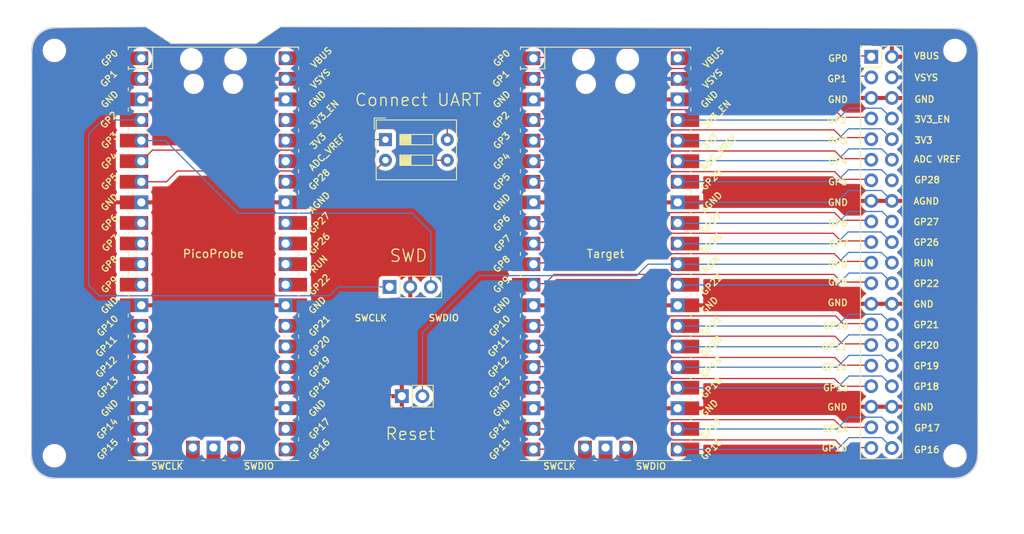
<source format=kicad_pcb>
(kicad_pcb (version 20221018) (generator pcbnew)
  (layers (0 "F.Cu" signal) (31 "B.Cu" signal) (34 "B.Paste" user) (35 "F.Paste" user) (36 "B.SilkS" user "B.Silkscreen") (37 "F.SilkS" user "F.Silkscreen") (38 "B.Mask" user) (39 "F.Mask" user) (44 "Edge.Cuts" user))
  (net 0 "")
  (net 1 "/TT_UART_Tx")
  (net 2 "GND")
  (net 3 "/TT_UART_Rx")
  (net 4 "+5V")
  (net 5 "/TT_GPIO2")
  (net 6 "/TT_3V3_EN")
  (net 7 "/TT_3V3")
  (net 8 "/TT_ADC_VREF")
  (net 9 "/TT_Run")
  (net 10 "/SWCLK")
  (net 11 "/SWDIO")
  (net 12 "/PP_UART_Tx")
  (net 13 "/PP_UART_Rx")
  (net 48 "/TT_GPIO3")
  (net 49 "/TT_GPIO4")
  (net 50 "/TT_GPIO5")
  (net 51 "/TT_GPIO28")
  (net 52 "/TT_GPIO6")
  (net 53 "/TT_GPIO27")
  (net 54 "/TT_GPIO7")
  (net 55 "/TT_GPIO26")
  (net 56 "/TT_GPIO8")
  (net 57 "/TT_GPIO9")
  (net 58 "/TT_GPIO22")
  (net 59 "/TT_GPIO10")
  (net 60 "/TT_GPIO21")
  (net 61 "/TT_GPIO11")
  (net 62 "/TT_GPIO20")
  (net 63 "/TT_GPIO12")
  (net 64 "/TT_GPIO19")
  (net 65 "/TT_GPIO13")
  (net 66 "/TT_GPIO18")
  (net 67 "/TT_GPIO14")
  (net 68 "/TT_GPIO17")
  (net 69 "/TT_GPIO15")
  (net 70 "/TT_GPIO16")
  (footprint "MountingHole:MountingHole_2.5mm" (layer "F.Cu") (at 50 72)
    (fp_text reference "H3" hide)
    (fp_text value "MountingHole" hide)
  )
  (footprint "MountingHole:MountingHole_2.5mm" (layer "F.Cu") (at 161 72)
    (fp_text reference "H1" hide)
    (fp_text value "MountingHole" hide)
  )
  (footprint "MCU_RaspberryPi_and_Boards:RPi_Pico_SMD_TH" (layer "F.Cu") (at 117.94 97.095)
    (fp_text reference "Target")
    (fp_text value "Pico")
  )
  (footprint "MountingHole:MountingHole_2.5mm" (layer "F.Cu") (at 50 122)
    (fp_text reference "H4" hide)
    (fp_text value "MountingHole" hide)
  )
  (footprint "Connector_PinHeader_2.54mm:PinHeader_1x03_P2.54mm_Vertical" (layer "F.Cu") (at 91.325 101.175 90)
    (fp_text reference "SWD")
    (fp_text value "SWD" hide)
  )
  (footprint "MountingHole:MountingHole_2.5mm" (layer "F.Cu") (at 161 122)
    (fp_text reference "H2" hide)
    (fp_text value "MountingHole" hide)
  )
  (footprint "Connector_PinHeader_2.54mm:PinHeader_1x02_P2.54mm_Vertical" (layer "F.Cu") (at 92.825 114.65 90)
    (fp_text reference "Reset")
    (fp_text value "Reset_Target" hide)
  )
  (footprint "Connector_PinHeader_2.54mm:PinHeader_2x20_P2.54mm_Vertical" (layer "F.Cu") (at 150.685 72.78)
    (fp_text reference "J1" hide)
    (fp_text value "External_Connections" hide)
  )
  (footprint "Button_Switch_THT:SW_DIP_SPSTx02_Slide_9.78x7.26mm_W7.62mm_P2.54mm" (layer "F.Cu") (at 90.8075 83)
    (fp_text reference "Connect UART")
    (fp_text value "UART")
  )
  (footprint "MCU_RaspberryPi_and_Boards:RPi_Pico_SMD_TH" (layer "F.Cu") (at 69.61 97.09)
    (fp_text reference "PicoProbe")
    (fp_text value "Pico")
  )
  (gr_arc (start 49.997577 124.777423) (mid 48 123.95) (end 47.172577 121.952423) (stroke (width 0.2)) (layer "Edge.Cuts"))
  (gr_arc (start 47.222577 72.022577) (mid 48.05 70.025) (end 50.047577 69.197577) (stroke (width 0.2)) (layer "Edge.Cuts"))
  (gr_line (start 61.25 69.075) (end 50.047577 69.197577) (stroke (width 0.1)) (layer "Edge.Cuts"))
  (gr_line (start 49.997577 124.777423) (end 160.977423 124.777423) (stroke (width 0.1)) (layer "Edge.Cuts"))
  (gr_line (start 159.65 69.3) (end 77.9 69.075) (stroke (width 0.1)) (layer "Edge.Cuts"))
  (gr_line (start 77.9 69.075) (end 74.875 71.15) (stroke (width 0.1)) (layer "Edge.Cuts"))
  (gr_line (start 64.4 71.15) (end 74.875 71.15) (stroke (width 0.1)) (layer "Edge.Cuts"))
  (gr_arc (start 161 69.3) (mid 162.997577 70.127423) (end 163.825 72.125) (stroke (width 0.2)) (layer "Edge.Cuts"))
  (gr_line (start 64.4 71.15) (end 61.25 69.075) (stroke (width 0.1)) (layer "Edge.Cuts"))
  (gr_arc (start 163.802423 121.952423) (mid 162.975 123.95) (end 160.977423 124.777423) (stroke (width 0.2)) (layer "Edge.Cuts"))
  (gr_line (start 159.65 69.3) (end 161 69.3) (stroke (width 0.1)) (layer "Edge.Cuts"))
  (gr_line (start 47.222577 72.022577) (end 47.172577 121.952423) (stroke (width 0.1)) (layer "Edge.Cuts"))
  (gr_line (start 163.802423 121.952423) (end 163.825 72.125) (stroke (width 0.1)) (layer "Edge.Cuts"))
  (gr_text "GP14" (at 146.275 118.695) (layer "F.SilkS") (effects (font (size 0.8 0.8))))
  (gr_text "GND" (at 146.575 78.055) (layer "F.SilkS") (effects (font (size 0.8 0.8))))
  (gr_text "GP16" (at 157.521429 121.26) (layer "F.SilkS") (effects (font (size 0.8 0.8))))
  (gr_text "GP3" (at 146.575 83.135) (layer "F.SilkS") (effects (font (size 0.8 0.8))))
  (gr_text "VSYS" (at 157.467857 75.35) (layer "F.SilkS") (effects (font (size 0.8 0.8))))
  (gr_text "GP27" (at 157.467858 93.15) (layer "F.SilkS") (effects (font (size 0.8 0.8))))
  (gr_text "GP18" (at 157.467858 113.46) (layer "F.SilkS") (effects (font (size 0.8 0.8))))
  (gr_text "GP4" (at 146.575 85.675) (layer "F.SilkS") (effects (font (size 0.8 0.8))))
  (gr_text "GP0" (at 146.575 72.975) (layer "F.SilkS") (effects (font (size 0.8 0.8))))
  (gr_text "GND" (at 157.125 103.3) (layer "F.SilkS") (effects (font (size 0.8 0.8))))
  (gr_text "GP21" (at 157.467858 105.85) (layer "F.SilkS") (effects (font (size 0.8 0.8))))
  (gr_text "GND" (at 157.125 116) (layer "F.SilkS") (effects (font (size 0.8 0.8))))
  (gr_text "GP17" (at 157.575 118.575) (layer "F.SilkS") (effects (font (size 0.8 0.8))))
  (gr_text "GP13" (at 146.321 113.615) (layer "F.SilkS") (effects (font (size 0.8 0.8))))
  (gr_text "AGND" (at 157.467857 90.6) (layer "F.SilkS") (effects (font (size 0.8 0.8))))
  (gr_text "GND" (at 146.55 103.125) (layer "F.SilkS") (effects (font (size 0.8 0.8))))
  (gr_text "GP7" (at 146.675 95.805) (layer "F.SilkS") (effects (font (size 0.8 0.8))))
  (gr_text "VBUS" (at 157.502381 72.675) (layer "F.SilkS") (effects (font (size 0.8 0.8))))
  (gr_text "GP2" (at 146.475 80.595) (layer "F.SilkS") (effects (font (size 0.8 0.8))))
  (gr_text "GP1" (at 146.475 75.505) (layer "F.SilkS") (effects (font (size 0.8 0.8))))
  (gr_text "3V3_EN" (at 158.210714 80.5) (layer "F.SilkS") (effects (font (size 0.8 0.8))))
  (gr_text "GP5" (at 146.575 88.215) (layer "F.SilkS") (effects (font (size 0.8 0.8))))
  (gr_text "GP12" (at 146.175 111.075) (layer "F.SilkS") (effects (font (size 0.8 0.8))))
  (gr_text "GP22" (at 157.467858 100.76) (layer "F.SilkS") (effects (font (size 0.8 0.8))))
  (gr_text "GP8" (at 146.575 98.375) (layer "F.SilkS") (effects (font (size 0.8 0.8))))
  (gr_text "SWDIO" (at 98 105) (layer "F.SilkS") (effects (font (size 0.8 0.8))))
  (gr_text "RUN" (at 157.144048 98.22) (layer "F.SilkS") (effects (font (size 0.8 0.8))))
  (gr_text "GP10" (at 146.321 105.995) (layer "F.SilkS") (effects (font (size 0.8 0.8))))
  (gr_text "GP20" (at 157.467858 108.38) (layer "F.SilkS") (effects (font (size 0.8 0.8))))
  (gr_text "GP28" (at 157.575 87.975) (layer "F.SilkS") (effects (font (size 0.8 0.8))))
  (gr_text "GP9" (at 146.55 100.585) (layer "F.SilkS") (effects (font (size 0.8 0.8))))
  (gr_text "3V3" (at 157.125 83.075) (layer "F.SilkS") (effects (font (size 0.8 0.8))))
  (gr_text "GP15" (at 146.15 121.05) (layer "F.SilkS") (effects (font (size 0.8 0.8))))
  (gr_text "GP11" (at 146.175 108.535) (layer "F.SilkS") (effects (font (size 0.8 0.8))))
  (gr_text "GND" (at 146.575 90.755) (layer "F.SilkS") (effects (font (size 0.8 0.8))))
  (gr_text "SWCLK" (at 89 105) (layer "F.SilkS") (effects (font (size 0.8 0.8))))
  (gr_text "GND" (at 146.5 116) (layer "F.SilkS") (effects (font (size 0.8 0.8))))
  (gr_text "GP6" (at 146.575 93.295) (layer "F.SilkS") (effects (font (size 0.8 0.8))))
  (gr_text "ADC VREF" (at 158.825 85.425) (layer "F.SilkS") (effects (font (size 0.8 0.8))))
  (gr_text "GP19" (at 157.467858 110.92) (layer "F.SilkS") (effects (font (size 0.8 0.8))))
  (gr_text "GND" (at 157.239285 78.025) (layer "F.SilkS") (effects (font (size 0.8 0.8))))
  (gr_text "GP26" (at 157.467858 95.68) (layer "F.SilkS") (effects (font (size 0.8 0.8))))
  (segment (start 111.65 71.725) (end 146.15 71.725) (width 0.15) (layer "F.Cu") (net 1))
  (segment (start 146.15 71.725) (end 147.1 72.675) (width 0.15) (layer "F.Cu") (net 1))
  (segment (start 96.961 72.965) (end 109.05 72.965) (width 0.15) (layer "F.Cu") (net 1))
  (segment (start 95.504 84.709) (end 95.504 74.422) (width 0.15) (layer "F.Cu") (net 1))
  (segment (start 98.4275 85.54) (end 96.335 85.54) (width 0.15) (layer "F.Cu") (net 1))
  (segment (start 109.1 72.86) (end 110.515 72.86) (width 0.15) (layer "F.Cu") (net 1))
  (segment (start 96.335 85.54) (end 95.504 84.709) (width 0.15) (layer "F.Cu") (net 1))
  (segment (start 110.515 72.86) (end 111.65 71.725) (width 0.15) (layer "F.Cu") (net 1))
  (segment (start 147.1 72.675) (end 150.735 72.675) (width 0.15) (layer "F.Cu") (net 1))
  (segment (start 95.504 74.422) (end 96.961 72.965) (width 0.15) (layer "F.Cu") (net 1))
  (segment (start 151.95 89.275) (end 153.225 90.55) (width 0.15) (layer "B.Cu") (net 2))
  (segment (start 147.9 89.275) (end 151.95 89.275) (width 0.15) (layer "B.Cu") (net 2))
  (segment (start 146.44 90.735) (end 147.9 89.275) (width 0.15) (layer "B.Cu") (net 2))
  (segment (start 126.83 90.735) (end 146.44 90.735) (width 0.15) (layer "B.Cu") (net 2))
  (segment (start 98.4275 77.0865) (end 100.009 75.505) (width 0.15) (layer "F.Cu") (net 3))
  (segment (start 122.525 74.7) (end 111.15 74.7) (width 0.15) (layer "F.Cu") (net 3))
  (segment (start 98.4275 83) (end 98.4275 77.0865) (width 0.15) (layer "F.Cu") (net 3))
  (segment (start 100.009 75.505) (end 109.05 75.505) (width 0.15) (layer "F.Cu") (net 3))
  (segment (start 150.71 75.175) (end 147.075 75.175) (width 0.15) (layer "F.Cu") (net 3))
  (segment (start 147.075 75.175) (end 146.125 74.225) (width 0.15) (layer "F.Cu") (net 3))
  (segment (start 146.125 74.225) (end 123 74.225) (width 0.15) (layer "F.Cu") (net 3))
  (segment (start 111.15 74.7) (end 110.49 75.36) (width 0.15) (layer "F.Cu") (net 3))
  (segment (start 110.49 75.36) (end 109.075 75.36) (width 0.15) (layer "F.Cu") (net 3))
  (segment (start 123 74.225) (end 122.525 74.7) (width 0.15) (layer "F.Cu") (net 3))
  (segment (start 147.1 80.25) (end 150.735 80.25) (width 0.15) (layer "F.Cu") (net 5))
  (segment (start 111.65 79.3) (end 146.15 79.3) (width 0.15) (layer "F.Cu") (net 5))
  (segment (start 110.515 80.435) (end 111.65 79.3) (width 0.15) (layer "F.Cu") (net 5))
  (segment (start 109.1 80.435) (end 110.515 80.435) (width 0.15) (layer "F.Cu") (net 5))
  (segment (start 146.15 79.3) (end 147.1 80.25) (width 0.15) (layer "F.Cu") (net 5))
  (segment (start 126.83 80.585) (end 146.44 80.585) (width 0.15) (layer "B.Cu") (net 6))
  (segment (start 147.9 79.125) (end 151.95 79.125) (width 0.15) (layer "B.Cu") (net 6))
  (segment (start 151.95 79.125) (end 153.225 80.4) (width 0.15) (layer "B.Cu") (net 6))
  (segment (start 146.44 80.585) (end 147.9 79.125) (width 0.15) (layer "B.Cu") (net 6))
  (segment (start 126.815 83.125) (end 146.425 83.125) (width 0.15) (layer "B.Cu") (net 7))
  (segment (start 146.425 83.125) (end 147.885 81.665) (width 0.15) (layer "B.Cu") (net 7))
  (segment (start 151.935 81.665) (end 153.21 82.94) (width 0.15) (layer "B.Cu") (net 7))
  (segment (start 147.885 81.665) (end 151.935 81.665) (width 0.15) (layer "B.Cu") (net 7))
  (segment (start 151.96 84.14) (end 153.235 85.415) (width 0.15) (layer "B.Cu") (net 8))
  (segment (start 147.91 84.14) (end 151.96 84.14) (width 0.15) (layer "B.Cu") (net 8))
  (segment (start 126.84 85.6) (end 146.45 85.6) (width 0.15) (layer "B.Cu") (net 8))
  (segment (start 146.45 85.6) (end 147.91 84.14) (width 0.15) (layer "B.Cu") (net 8))
  (segment (start 121.77 99.78) (end 102.395 99.78) (width 0.15) (layer "B.Cu") (net 9))
  (segment (start 151.935 96.915) (end 153.21 98.19) (width 0.15) (layer "B.Cu") (net 9))
  (segment (start 95.365 106.81) (end 95.365 114.65) (width 0.15) (layer "B.Cu") (net 9))
  (segment (start 147.885 96.915) (end 151.935 96.915) (width 0.15) (layer "B.Cu") (net 9))
  (segment (start 146.425 98.375) (end 147.885 96.915) (width 0.15) (layer "B.Cu") (net 9))
  (segment (start 123.185 98.365) (end 121.77 99.78) (width 0.15) (layer "B.Cu") (net 9))
  (segment (start 102.395 99.78) (end 95.365 106.81) (width 0.15) (layer "B.Cu") (net 9))
  (segment (start 126.815 98.375) (end 146.425 98.375) (width 0.15) (layer "B.Cu") (net 9))
  (segment (start 126.83 98.365) (end 123.185 98.365) (width 0.15) (layer "B.Cu") (net 9))
  (segment (start 54.229 100.965) (end 55.529 102.265) (width 0.15) (layer "B.Cu") (net 10))
  (segment (start 55.529 102.265) (end 83.89 102.265) (width 0.15) (layer "B.Cu") (net 10))
  (segment (start 55.945 80.58) (end 54.229 82.296) (width 0.15) (layer "B.Cu") (net 10))
  (segment (start 83.89 102.265) (end 84.98 101.175) (width 0.15) (layer "B.Cu") (net 10))
  (segment (start 60.72 80.58) (end 55.945 80.58) (width 0.15) (layer "B.Cu") (net 10))
  (segment (start 84.98 101.175) (end 91.325 101.175) (width 0.15) (layer "B.Cu") (net 10))
  (segment (start 54.229 82.296) (end 54.229 100.965) (width 0.15) (layer "B.Cu") (net 10))
  (segment (start 60.72 83.12) (end 63.689 83.12) (width 0.15) (layer "B.Cu") (net 11))
  (segment (start 94.107 92.075) (end 96.405 94.373) (width 0.15) (layer "B.Cu") (net 11))
  (segment (start 63.689 83.12) (end 72.644 92.075) (width 0.15) (layer "B.Cu") (net 11))
  (segment (start 72.644 92.075) (end 94.107 92.075) (width 0.15) (layer "B.Cu") (net 11))
  (segment (start 96.405 94.373) (end 96.405 101.175) (width 0.15) (layer "B.Cu") (net 11))
  (segment (start 89.4795 86.868) (end 90.8075 85.54) (width 0.15) (layer "F.Cu") (net 12))
  (segment (start 65.151 86.868) (end 89.4795 86.868) (width 0.15) (layer "F.Cu") (net 12))
  (segment (start 63.819 88.2) (end 65.151 86.868) (width 0.15) (layer "F.Cu") (net 12))
  (segment (start 60.72 88.2) (end 63.819 88.2) (width 0.15) (layer "F.Cu") (net 12))
  (segment (start 85.402 83) (end 90.8075 83) (width 0.15) (layer "F.Cu") (net 13))
  (segment (start 62.085 84.295) (end 84.107 84.295) (width 0.15) (layer "F.Cu") (net 13))
  (segment (start 84.107 84.295) (end 85.402 83) (width 0.15) (layer "F.Cu") (net 13))
  (segment (start 60.72 85.66) (end 62.085 84.295) (width 0.15) (layer "F.Cu") (net 13))
  (segment (start 147.05 82.75) (end 150.685 82.75) (width 0.15) (layer "F.Cu") (net 48))
  (segment (start 109.05 82.935) (end 110.465 82.935) (width 0.15) (layer "F.Cu") (net 48))
  (segment (start 110.465 82.935) (end 111.6 81.8) (width 0.15) (layer "F.Cu") (net 48))
  (segment (start 111.6 81.8) (end 146.1 81.8) (width 0.15) (layer "F.Cu") (net 48))
  (segment (start 146.1 81.8) (end 147.05 82.75) (width 0.15) (layer "F.Cu") (net 48))
  (segment (start 109.15 85.535) (end 110.565 85.535) (width 0.15) (layer "F.Cu") (net 49))
  (segment (start 146.2 84.4) (end 147.15 85.35) (width 0.15) (layer "F.Cu") (net 49))
  (segment (start 110.565 85.535) (end 111.7 84.4) (width 0.15) (layer "F.Cu") (net 49))
  (segment (start 111.7 84.4) (end 146.2 84.4) (width 0.15) (layer "F.Cu") (net 49))
  (segment (start 147.15 85.35) (end 150.785 85.35) (width 0.15) (layer "F.Cu") (net 49))
  (segment (start 111.675 86.95) (end 146.175 86.95) (width 0.15) (layer "F.Cu") (net 50))
  (segment (start 147.125 87.9) (end 150.76 87.9) (width 0.15) (layer "F.Cu") (net 50))
  (segment (start 109.125 88.085) (end 110.54 88.085) (width 0.15) (layer "F.Cu") (net 50))
  (segment (start 146.175 86.95) (end 147.125 87.9) (width 0.15) (layer "F.Cu") (net 50))
  (segment (start 110.54 88.085) (end 111.675 86.95) (width 0.15) (layer "F.Cu") (net 50))
  (segment (start 151.935 86.715) (end 153.21 87.99) (width 0.15) (layer "B.Cu") (net 51))
  (segment (start 146.425 88.175) (end 147.885 86.715) (width 0.15) (layer "B.Cu") (net 51))
  (segment (start 147.885 86.715) (end 151.935 86.715) (width 0.15) (layer "B.Cu") (net 51))
  (segment (start 126.815 88.175) (end 146.425 88.175) (width 0.15) (layer "B.Cu") (net 51))
  (segment (start 147.1 92.95) (end 150.735 92.95) (width 0.15) (layer "F.Cu") (net 52))
  (segment (start 146.15 92) (end 147.1 92.95) (width 0.15) (layer "F.Cu") (net 52))
  (segment (start 111.65 92) (end 146.15 92) (width 0.15) (layer "F.Cu") (net 52))
  (segment (start 110.515 93.135) (end 111.65 92) (width 0.15) (layer "F.Cu") (net 52))
  (segment (start 109.1 93.135) (end 110.515 93.135) (width 0.15) (layer "F.Cu") (net 52))
  (segment (start 146.5 93.325) (end 147.96 91.865) (width 0.15) (layer "B.Cu") (net 53))
  (segment (start 126.89 93.325) (end 146.5 93.325) (width 0.15) (layer "B.Cu") (net 53))
  (segment (start 152.01 91.865) (end 153.285 93.14) (width 0.15) (layer "B.Cu") (net 53))
  (segment (start 147.96 91.865) (end 152.01 91.865) (width 0.15) (layer "B.Cu") (net 53))
  (segment (start 146.95 95.5) (end 150.585 95.5) (width 0.15) (layer "F.Cu") (net 54))
  (segment (start 146 94.55) (end 146.95 95.5) (width 0.15) (layer "F.Cu") (net 54))
  (segment (start 111.5 94.55) (end 146 94.55) (width 0.15) (layer "F.Cu") (net 54))
  (segment (start 110.365 95.685) (end 111.5 94.55) (width 0.15) (layer "F.Cu") (net 54))
  (segment (start 108.95 95.685) (end 110.365 95.685) (width 0.15) (layer "F.Cu") (net 54))
  (segment (start 151.885 94.39) (end 153.16 95.665) (width 0.15) (layer "B.Cu") (net 55))
  (segment (start 126.765 95.85) (end 146.375 95.85) (width 0.15) (layer "B.Cu") (net 55))
  (segment (start 146.375 95.85) (end 147.835 94.39) (width 0.15) (layer "B.Cu") (net 55))
  (segment (start 147.835 94.39) (end 151.885 94.39) (width 0.15) (layer "B.Cu") (net 55))
  (segment (start 111.625 97.075) (end 146.125 97.075) (width 0.15) (layer "F.Cu") (net 56))
  (segment (start 146.125 97.075) (end 147.075 98.025) (width 0.15) (layer "F.Cu") (net 56))
  (segment (start 109.075 98.21) (end 110.49 98.21) (width 0.15) (layer "F.Cu") (net 56))
  (segment (start 110.49 98.21) (end 111.625 97.075) (width 0.15) (layer "F.Cu") (net 56))
  (segment (start 147.075 98.025) (end 150.71 98.025) (width 0.15) (layer "F.Cu") (net 56))
  (segment (start 109.05 100.76) (end 110.465 100.76) (width 0.15) (layer "F.Cu") (net 57))
  (segment (start 147.05 100.575) (end 150.685 100.575) (width 0.15) (layer "F.Cu") (net 57))
  (segment (start 146.1 99.625) (end 147.05 100.575) (width 0.15) (layer "F.Cu") (net 57))
  (segment (start 111.6 99.625) (end 146.1 99.625) (width 0.15) (layer "F.Cu") (net 57))
  (segment (start 110.465 100.76) (end 111.6 99.625) (width 0.15) (layer "F.Cu") (net 57))
  (segment (start 147.935 99.465) (end 151.985 99.465) (width 0.15) (layer "B.Cu") (net 58))
  (segment (start 151.985 99.465) (end 153.26 100.74) (width 0.15) (layer "B.Cu") (net 58))
  (segment (start 146.475 100.925) (end 147.935 99.465) (width 0.15) (layer "B.Cu") (net 58))
  (segment (start 126.865 100.925) (end 146.475 100.925) (width 0.15) (layer "B.Cu") (net 58))
  (segment (start 146.275 104.75) (end 147.225 105.7) (width 0.15) (layer "F.Cu") (net 59))
  (segment (start 110.64 105.885) (end 111.775 104.75) (width 0.15) (layer "F.Cu") (net 59))
  (segment (start 109.225 105.885) (end 110.64 105.885) (width 0.15) (layer "F.Cu") (net 59))
  (segment (start 147.225 105.7) (end 150.86 105.7) (width 0.15) (layer "F.Cu") (net 59))
  (segment (start 111.775 104.75) (end 146.275 104.75) (width 0.15) (layer "F.Cu") (net 59))
  (segment (start 151.96 104.54) (end 153.235 105.815) (width 0.15) (layer "B.Cu") (net 60))
  (segment (start 146.45 106) (end 147.91 104.54) (width 0.15) (layer "B.Cu") (net 60))
  (segment (start 126.84 106) (end 146.45 106) (width 0.15) (layer "B.Cu") (net 60))
  (segment (start 147.91 104.54) (end 151.96 104.54) (width 0.15) (layer "B.Cu") (net 60))
  (segment (start 111.7 107.25) (end 146.2 107.25) (width 0.15) (layer "F.Cu") (net 61))
  (segment (start 146.2 107.25) (end 147.15 108.2) (width 0.15) (layer "F.Cu") (net 61))
  (segment (start 110.565 108.385) (end 111.7 107.25) (width 0.15) (layer "F.Cu") (net 61))
  (segment (start 147.15 108.2) (end 150.785 108.2) (width 0.15) (layer "F.Cu") (net 61))
  (segment (start 109.15 108.385) (end 110.565 108.385) (width 0.15) (layer "F.Cu") (net 61))
  (segment (start 146.45 108.55) (end 147.91 107.09) (width 0.15) (layer "B.Cu") (net 62))
  (segment (start 147.91 107.09) (end 151.96 107.09) (width 0.15) (layer "B.Cu") (net 62))
  (segment (start 151.96 107.09) (end 153.235 108.365) (width 0.15) (layer "B.Cu") (net 62))
  (segment (start 126.84 108.55) (end 146.45 108.55) (width 0.15) (layer "B.Cu") (net 62))
  (segment (start 147.15 110.825) (end 150.785 110.825) (width 0.15) (layer "F.Cu") (net 63))
  (segment (start 109.15 111.01) (end 110.565 111.01) (width 0.15) (layer "F.Cu") (net 63))
  (segment (start 111.7 109.875) (end 146.2 109.875) (width 0.15) (layer "F.Cu") (net 63))
  (segment (start 146.2 109.875) (end 147.15 110.825) (width 0.15) (layer "F.Cu") (net 63))
  (segment (start 110.565 111.01) (end 111.7 109.875) (width 0.15) (layer "F.Cu") (net 63))
  (segment (start 146.475 111.075) (end 147.935 109.615) (width 0.15) (layer "B.Cu") (net 64))
  (segment (start 147.935 109.615) (end 151.985 109.615) (width 0.15) (layer "B.Cu") (net 64))
  (segment (start 151.985 109.615) (end 153.26 110.89) (width 0.15) (layer "B.Cu") (net 64))
  (segment (start 126.865 111.075) (end 146.475 111.075) (width 0.15) (layer "B.Cu") (net 64))
  (segment (start 111.625 112.475) (end 146.125 112.475) (width 0.15) (layer "F.Cu") (net 65))
  (segment (start 146.125 112.475) (end 147.075 113.425) (width 0.15) (layer "F.Cu") (net 65))
  (segment (start 147.075 113.425) (end 150.71 113.425) (width 0.15) (layer "F.Cu") (net 65))
  (segment (start 109.075 113.61) (end 110.49 113.61) (width 0.15) (layer "F.Cu") (net 65))
  (segment (start 110.49 113.61) (end 111.625 112.475) (width 0.15) (layer "F.Cu") (net 65))
  (segment (start 126.865 113.625) (end 146.475 113.625) (width 0.15) (layer "B.Cu") (net 66))
  (segment (start 147.935 112.165) (end 151.985 112.165) (width 0.15) (layer "B.Cu") (net 66))
  (segment (start 151.985 112.165) (end 153.26 113.44) (width 0.15) (layer "B.Cu") (net 66))
  (segment (start 146.475 113.625) (end 147.935 112.165) (width 0.15) (layer "B.Cu") (net 66))
  (segment (start 146.1 117.55) (end 147.05 118.5) (width 0.15) (layer "F.Cu") (net 67))
  (segment (start 110.465 118.685) (end 111.6 117.55) (width 0.15) (layer "F.Cu") (net 67))
  (segment (start 109.05 118.685) (end 110.465 118.685) (width 0.15) (layer "F.Cu") (net 67))
  (segment (start 111.6 117.55) (end 146.1 117.55) (width 0.15) (layer "F.Cu") (net 67))
  (segment (start 147.05 118.5) (end 150.685 118.5) (width 0.15) (layer "F.Cu") (net 67))
  (segment (start 147.91 117.24) (end 151.96 117.24) (width 0.15) (layer "B.Cu") (net 68))
  (segment (start 126.84 118.7) (end 146.45 118.7) (width 0.15) (layer "B.Cu") (net 68))
  (segment (start 146.45 118.7) (end 147.91 117.24) (width 0.15) (layer "B.Cu") (net 68))
  (segment (start 151.96 117.24) (end 153.235 118.515) (width 0.15) (layer "B.Cu") (net 68))
  (segment (start 147.1825 121) (end 146.2325 120.05) (width 0.15) (layer "F.Cu") (net 69))
  (segment (start 112.475 119.325) (end 111.75 120.05) (width 0.15) (layer "F.Cu") (net 69))
  (segment (start 124.975 120.05) (end 124.25 119.325) (width 0.15) (layer "F.Cu") (net 69))
  (segment (start 150.8175 121) (end 147.1825 121) (width 0.15) (layer "F.Cu") (net 69))
  (segment (start 111.7325 120.05) (end 110.5975 121.185) (width 0.15) (layer "F.Cu") (net 69))
  (segment (start 110.5975 121.185) (end 109.1825 121.185) (width 0.15) (layer "F.Cu") (net 69))
  (segment (start 111.75 120.05) (end 111.7325 120.05) (width 0.15) (layer "F.Cu") (net 69))
  (segment (start 146.2325 120.05) (end 124.975 120.05) (width 0.15) (layer "F.Cu") (net 69))
  (segment (start 124.25 119.325) (end 112.475 119.325) (width 0.15) (layer "F.Cu") (net 69))
  (segment (start 146.475 121.225) (end 147.935 119.765) (width 0.15) (layer "B.Cu") (net 70))
  (segment (start 126.865 121.225) (end 146.475 121.225) (width 0.15) (layer "B.Cu") (net 70))
  (segment (start 151.985 119.765) (end 153.26 121.04) (width 0.15) (layer "B.Cu") (net 70))
  (segment (start 147.935 119.765) (end 151.985 119.765) (width 0.15) (layer "B.Cu") (net 70))
  (zone (net 2) (net_name "GND") (layer "F.Cu") (connect_pads (clearance 0.5)) (min_thickness 0.25) (fill yes (thermal_gap 0.5) (thermal_bridge_width 0.5))
    (polygon (pts (xy 46.25 67.225) (xy 169.525 67.525) (xy 169.075 128.25) (xy 43.375 129.35) (xy 43.3 67.225)))
  )
  (zone (net 4) (net_name "+5V") (layer "B.Cu") (priority 1) (connect_pads (clearance 0.5)) (min_thickness 0.25) (fill yes (thermal_gap 0.5) (thermal_bridge_width 0.5))
    (polygon (pts (xy 44.775 65.775) (xy 167.925 65.95) (xy 166.45 130.5) (xy 44.975 131.675) (xy 44.225 65.775)))
  )
)
</source>
